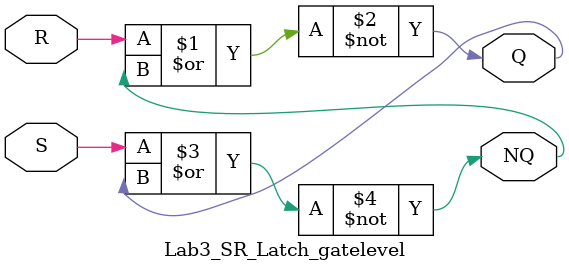
<source format=v>
module Lab3_SR_Latch_gatelevel(output Q, NQ, input S, R);
nor #(2) (Q,R,NQ);
nor #(2) (NQ,S,Q);

endmodule 
</source>
